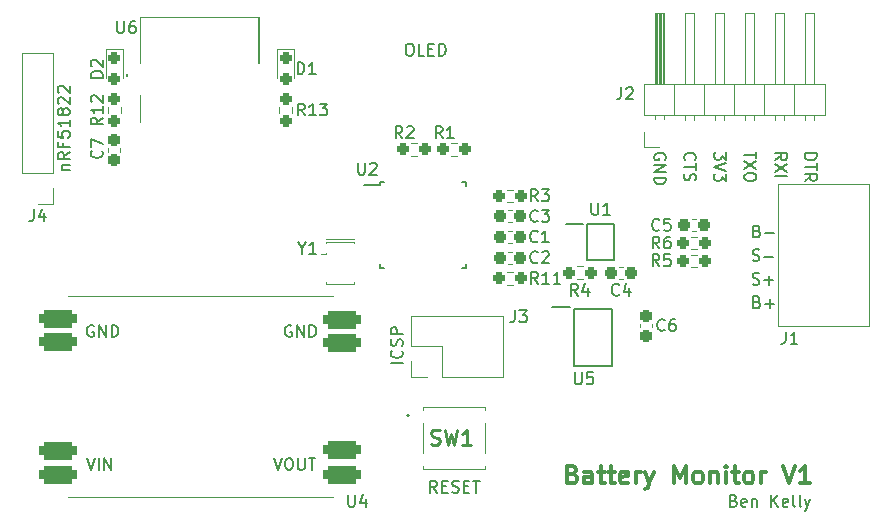
<source format=gto>
%TF.GenerationSoftware,KiCad,Pcbnew,(6.0.0)*%
%TF.CreationDate,2022-01-24T15:51:04+11:00*%
%TF.ProjectId,Battery Monitor,42617474-6572-4792-904d-6f6e69746f72,rev?*%
%TF.SameCoordinates,Original*%
%TF.FileFunction,Legend,Top*%
%TF.FilePolarity,Positive*%
%FSLAX46Y46*%
G04 Gerber Fmt 4.6, Leading zero omitted, Abs format (unit mm)*
G04 Created by KiCad (PCBNEW (6.0.0)) date 2022-01-24 15:51:04*
%MOMM*%
%LPD*%
G01*
G04 APERTURE LIST*
G04 Aperture macros list*
%AMRoundRect*
0 Rectangle with rounded corners*
0 $1 Rounding radius*
0 $2 $3 $4 $5 $6 $7 $8 $9 X,Y pos of 4 corners*
0 Add a 4 corners polygon primitive as box body*
4,1,4,$2,$3,$4,$5,$6,$7,$8,$9,$2,$3,0*
0 Add four circle primitives for the rounded corners*
1,1,$1+$1,$2,$3*
1,1,$1+$1,$4,$5*
1,1,$1+$1,$6,$7*
1,1,$1+$1,$8,$9*
0 Add four rect primitives between the rounded corners*
20,1,$1+$1,$2,$3,$4,$5,0*
20,1,$1+$1,$4,$5,$6,$7,0*
20,1,$1+$1,$6,$7,$8,$9,0*
20,1,$1+$1,$8,$9,$2,$3,0*%
G04 Aperture macros list end*
%ADD10C,0.150000*%
%ADD11C,0.300000*%
%ADD12C,0.254000*%
%ADD13C,0.120000*%
%ADD14C,0.200000*%
%ADD15C,0.100000*%
%ADD16RoundRect,0.381000X-1.219000X-0.381000X1.219000X-0.381000X1.219000X0.381000X-1.219000X0.381000X0*%
%ADD17R,1.400000X0.400000*%
%ADD18R,0.400000X1.400000*%
%ADD19R,1.500000X0.650000*%
%ADD20RoundRect,0.237500X-0.250000X-0.237500X0.250000X-0.237500X0.250000X0.237500X-0.250000X0.237500X0*%
%ADD21C,1.400000*%
%ADD22R,1.400000X1.400000*%
%ADD23RoundRect,0.237500X0.237500X-0.250000X0.237500X0.250000X-0.237500X0.250000X-0.237500X-0.250000X0*%
%ADD24RoundRect,0.237500X0.300000X0.237500X-0.300000X0.237500X-0.300000X-0.237500X0.300000X-0.237500X0*%
%ADD25RoundRect,0.237500X0.250000X0.237500X-0.250000X0.237500X-0.250000X-0.237500X0.250000X-0.237500X0*%
%ADD26R,3.200000X0.400000*%
%ADD27R,1.700000X1.700000*%
%ADD28O,1.700000X1.700000*%
%ADD29RoundRect,0.237500X-0.300000X-0.237500X0.300000X-0.237500X0.300000X0.237500X-0.300000X0.237500X0*%
%ADD30RoundRect,0.237500X-0.237500X0.287500X-0.237500X-0.287500X0.237500X-0.287500X0.237500X0.287500X0*%
%ADD31R,1.000000X0.700000*%
%ADD32RoundRect,0.237500X-0.237500X0.300000X-0.237500X-0.300000X0.237500X-0.300000X0.237500X0.300000X0*%
%ADD33R,1.600000X0.550000*%
%ADD34R,0.550000X1.600000*%
%ADD35R,1.400000X0.300000*%
%ADD36C,1.750000*%
G04 APERTURE END LIST*
D10*
X134389714Y-95294809D02*
X135056380Y-95294809D01*
X134484952Y-95294809D02*
X134437333Y-95247190D01*
X134389714Y-95151952D01*
X134389714Y-95009095D01*
X134437333Y-94913857D01*
X134532571Y-94866238D01*
X135056380Y-94866238D01*
X135056380Y-93818619D02*
X134580190Y-94151952D01*
X135056380Y-94390047D02*
X134056380Y-94390047D01*
X134056380Y-94009095D01*
X134104000Y-93913857D01*
X134151619Y-93866238D01*
X134246857Y-93818619D01*
X134389714Y-93818619D01*
X134484952Y-93866238D01*
X134532571Y-93913857D01*
X134580190Y-94009095D01*
X134580190Y-94390047D01*
X134532571Y-93056714D02*
X134532571Y-93390047D01*
X135056380Y-93390047D02*
X134056380Y-93390047D01*
X134056380Y-92913857D01*
X134056380Y-92056714D02*
X134056380Y-92532904D01*
X134532571Y-92580523D01*
X134484952Y-92532904D01*
X134437333Y-92437666D01*
X134437333Y-92199571D01*
X134484952Y-92104333D01*
X134532571Y-92056714D01*
X134627809Y-92009095D01*
X134865904Y-92009095D01*
X134961142Y-92056714D01*
X135008761Y-92104333D01*
X135056380Y-92199571D01*
X135056380Y-92437666D01*
X135008761Y-92532904D01*
X134961142Y-92580523D01*
X135056380Y-91056714D02*
X135056380Y-91628142D01*
X135056380Y-91342428D02*
X134056380Y-91342428D01*
X134199238Y-91437666D01*
X134294476Y-91532904D01*
X134342095Y-91628142D01*
X134484952Y-90485285D02*
X134437333Y-90580523D01*
X134389714Y-90628142D01*
X134294476Y-90675761D01*
X134246857Y-90675761D01*
X134151619Y-90628142D01*
X134104000Y-90580523D01*
X134056380Y-90485285D01*
X134056380Y-90294809D01*
X134104000Y-90199571D01*
X134151619Y-90151952D01*
X134246857Y-90104333D01*
X134294476Y-90104333D01*
X134389714Y-90151952D01*
X134437333Y-90199571D01*
X134484952Y-90294809D01*
X134484952Y-90485285D01*
X134532571Y-90580523D01*
X134580190Y-90628142D01*
X134675428Y-90675761D01*
X134865904Y-90675761D01*
X134961142Y-90628142D01*
X135008761Y-90580523D01*
X135056380Y-90485285D01*
X135056380Y-90294809D01*
X135008761Y-90199571D01*
X134961142Y-90151952D01*
X134865904Y-90104333D01*
X134675428Y-90104333D01*
X134580190Y-90151952D01*
X134532571Y-90199571D01*
X134484952Y-90294809D01*
X134151619Y-89723380D02*
X134104000Y-89675761D01*
X134056380Y-89580523D01*
X134056380Y-89342428D01*
X134104000Y-89247190D01*
X134151619Y-89199571D01*
X134246857Y-89151952D01*
X134342095Y-89151952D01*
X134484952Y-89199571D01*
X135056380Y-89771000D01*
X135056380Y-89151952D01*
X134151619Y-88771000D02*
X134104000Y-88723380D01*
X134056380Y-88628142D01*
X134056380Y-88390047D01*
X134104000Y-88294809D01*
X134151619Y-88247190D01*
X134246857Y-88199571D01*
X134342095Y-88199571D01*
X134484952Y-88247190D01*
X135056380Y-88818619D01*
X135056380Y-88199571D01*
X163751619Y-84623380D02*
X163942095Y-84623380D01*
X164037333Y-84671000D01*
X164132571Y-84766238D01*
X164180190Y-84956714D01*
X164180190Y-85290047D01*
X164132571Y-85480523D01*
X164037333Y-85575761D01*
X163942095Y-85623380D01*
X163751619Y-85623380D01*
X163656380Y-85575761D01*
X163561142Y-85480523D01*
X163513523Y-85290047D01*
X163513523Y-84956714D01*
X163561142Y-84766238D01*
X163656380Y-84671000D01*
X163751619Y-84623380D01*
X165084952Y-85623380D02*
X164608761Y-85623380D01*
X164608761Y-84623380D01*
X165418285Y-85099571D02*
X165751619Y-85099571D01*
X165894476Y-85623380D02*
X165418285Y-85623380D01*
X165418285Y-84623380D01*
X165894476Y-84623380D01*
X166323047Y-85623380D02*
X166323047Y-84623380D01*
X166561142Y-84623380D01*
X166704000Y-84671000D01*
X166799238Y-84766238D01*
X166846857Y-84861476D01*
X166894476Y-85051952D01*
X166894476Y-85194809D01*
X166846857Y-85385285D01*
X166799238Y-85480523D01*
X166704000Y-85575761D01*
X166561142Y-85623380D01*
X166323047Y-85623380D01*
X163256380Y-111647190D02*
X162256380Y-111647190D01*
X163161142Y-110599571D02*
X163208761Y-110647190D01*
X163256380Y-110790047D01*
X163256380Y-110885285D01*
X163208761Y-111028142D01*
X163113523Y-111123380D01*
X163018285Y-111171000D01*
X162827809Y-111218619D01*
X162684952Y-111218619D01*
X162494476Y-111171000D01*
X162399238Y-111123380D01*
X162304000Y-111028142D01*
X162256380Y-110885285D01*
X162256380Y-110790047D01*
X162304000Y-110647190D01*
X162351619Y-110599571D01*
X163208761Y-110218619D02*
X163256380Y-110075761D01*
X163256380Y-109837666D01*
X163208761Y-109742428D01*
X163161142Y-109694809D01*
X163065904Y-109647190D01*
X162970666Y-109647190D01*
X162875428Y-109694809D01*
X162827809Y-109742428D01*
X162780190Y-109837666D01*
X162732571Y-110028142D01*
X162684952Y-110123380D01*
X162637333Y-110171000D01*
X162542095Y-110218619D01*
X162446857Y-110218619D01*
X162351619Y-110171000D01*
X162304000Y-110123380D01*
X162256380Y-110028142D01*
X162256380Y-109790047D01*
X162304000Y-109647190D01*
X163256380Y-109218619D02*
X162256380Y-109218619D01*
X162256380Y-108837666D01*
X162304000Y-108742428D01*
X162351619Y-108694809D01*
X162446857Y-108647190D01*
X162589714Y-108647190D01*
X162684952Y-108694809D01*
X162732571Y-108742428D01*
X162780190Y-108837666D01*
X162780190Y-109218619D01*
X191287452Y-123299571D02*
X191430309Y-123347190D01*
X191477928Y-123394809D01*
X191525547Y-123490047D01*
X191525547Y-123632904D01*
X191477928Y-123728142D01*
X191430309Y-123775761D01*
X191335071Y-123823380D01*
X190954119Y-123823380D01*
X190954119Y-122823380D01*
X191287452Y-122823380D01*
X191382690Y-122871000D01*
X191430309Y-122918619D01*
X191477928Y-123013857D01*
X191477928Y-123109095D01*
X191430309Y-123204333D01*
X191382690Y-123251952D01*
X191287452Y-123299571D01*
X190954119Y-123299571D01*
X192335071Y-123775761D02*
X192239833Y-123823380D01*
X192049357Y-123823380D01*
X191954119Y-123775761D01*
X191906500Y-123680523D01*
X191906500Y-123299571D01*
X191954119Y-123204333D01*
X192049357Y-123156714D01*
X192239833Y-123156714D01*
X192335071Y-123204333D01*
X192382690Y-123299571D01*
X192382690Y-123394809D01*
X191906500Y-123490047D01*
X192811261Y-123156714D02*
X192811261Y-123823380D01*
X192811261Y-123251952D02*
X192858880Y-123204333D01*
X192954119Y-123156714D01*
X193096976Y-123156714D01*
X193192214Y-123204333D01*
X193239833Y-123299571D01*
X193239833Y-123823380D01*
X194477928Y-123823380D02*
X194477928Y-122823380D01*
X195049357Y-123823380D02*
X194620785Y-123251952D01*
X195049357Y-122823380D02*
X194477928Y-123394809D01*
X195858880Y-123775761D02*
X195763642Y-123823380D01*
X195573166Y-123823380D01*
X195477928Y-123775761D01*
X195430309Y-123680523D01*
X195430309Y-123299571D01*
X195477928Y-123204333D01*
X195573166Y-123156714D01*
X195763642Y-123156714D01*
X195858880Y-123204333D01*
X195906500Y-123299571D01*
X195906500Y-123394809D01*
X195430309Y-123490047D01*
X196477928Y-123823380D02*
X196382690Y-123775761D01*
X196335071Y-123680523D01*
X196335071Y-122823380D01*
X197001738Y-123823380D02*
X196906500Y-123775761D01*
X196858880Y-123680523D01*
X196858880Y-122823380D01*
X197287452Y-123156714D02*
X197525547Y-123823380D01*
X197763642Y-123156714D02*
X197525547Y-123823380D01*
X197430309Y-124061476D01*
X197382690Y-124109095D01*
X197287452Y-124156714D01*
D11*
X177651857Y-121063857D02*
X177866142Y-121135285D01*
X177937571Y-121206714D01*
X178009000Y-121349571D01*
X178009000Y-121563857D01*
X177937571Y-121706714D01*
X177866142Y-121778142D01*
X177723285Y-121849571D01*
X177151857Y-121849571D01*
X177151857Y-120349571D01*
X177651857Y-120349571D01*
X177794714Y-120421000D01*
X177866142Y-120492428D01*
X177937571Y-120635285D01*
X177937571Y-120778142D01*
X177866142Y-120921000D01*
X177794714Y-120992428D01*
X177651857Y-121063857D01*
X177151857Y-121063857D01*
X179294714Y-121849571D02*
X179294714Y-121063857D01*
X179223285Y-120921000D01*
X179080428Y-120849571D01*
X178794714Y-120849571D01*
X178651857Y-120921000D01*
X179294714Y-121778142D02*
X179151857Y-121849571D01*
X178794714Y-121849571D01*
X178651857Y-121778142D01*
X178580428Y-121635285D01*
X178580428Y-121492428D01*
X178651857Y-121349571D01*
X178794714Y-121278142D01*
X179151857Y-121278142D01*
X179294714Y-121206714D01*
X179794714Y-120849571D02*
X180366142Y-120849571D01*
X180009000Y-120349571D02*
X180009000Y-121635285D01*
X180080428Y-121778142D01*
X180223285Y-121849571D01*
X180366142Y-121849571D01*
X180651857Y-120849571D02*
X181223285Y-120849571D01*
X180866142Y-120349571D02*
X180866142Y-121635285D01*
X180937571Y-121778142D01*
X181080428Y-121849571D01*
X181223285Y-121849571D01*
X182294714Y-121778142D02*
X182151857Y-121849571D01*
X181866142Y-121849571D01*
X181723285Y-121778142D01*
X181651857Y-121635285D01*
X181651857Y-121063857D01*
X181723285Y-120921000D01*
X181866142Y-120849571D01*
X182151857Y-120849571D01*
X182294714Y-120921000D01*
X182366142Y-121063857D01*
X182366142Y-121206714D01*
X181651857Y-121349571D01*
X183009000Y-121849571D02*
X183009000Y-120849571D01*
X183009000Y-121135285D02*
X183080428Y-120992428D01*
X183151857Y-120921000D01*
X183294714Y-120849571D01*
X183437571Y-120849571D01*
X183794714Y-120849571D02*
X184151857Y-121849571D01*
X184509000Y-120849571D02*
X184151857Y-121849571D01*
X184009000Y-122206714D01*
X183937571Y-122278142D01*
X183794714Y-122349571D01*
X186223285Y-121849571D02*
X186223285Y-120349571D01*
X186723285Y-121421000D01*
X187223285Y-120349571D01*
X187223285Y-121849571D01*
X188151857Y-121849571D02*
X188009000Y-121778142D01*
X187937571Y-121706714D01*
X187866142Y-121563857D01*
X187866142Y-121135285D01*
X187937571Y-120992428D01*
X188009000Y-120921000D01*
X188151857Y-120849571D01*
X188366142Y-120849571D01*
X188509000Y-120921000D01*
X188580428Y-120992428D01*
X188651857Y-121135285D01*
X188651857Y-121563857D01*
X188580428Y-121706714D01*
X188509000Y-121778142D01*
X188366142Y-121849571D01*
X188151857Y-121849571D01*
X189294714Y-120849571D02*
X189294714Y-121849571D01*
X189294714Y-120992428D02*
X189366142Y-120921000D01*
X189509000Y-120849571D01*
X189723285Y-120849571D01*
X189866142Y-120921000D01*
X189937571Y-121063857D01*
X189937571Y-121849571D01*
X190651857Y-121849571D02*
X190651857Y-120849571D01*
X190651857Y-120349571D02*
X190580428Y-120421000D01*
X190651857Y-120492428D01*
X190723285Y-120421000D01*
X190651857Y-120349571D01*
X190651857Y-120492428D01*
X191151857Y-120849571D02*
X191723285Y-120849571D01*
X191366142Y-120349571D02*
X191366142Y-121635285D01*
X191437571Y-121778142D01*
X191580428Y-121849571D01*
X191723285Y-121849571D01*
X192437571Y-121849571D02*
X192294714Y-121778142D01*
X192223285Y-121706714D01*
X192151857Y-121563857D01*
X192151857Y-121135285D01*
X192223285Y-120992428D01*
X192294714Y-120921000D01*
X192437571Y-120849571D01*
X192651857Y-120849571D01*
X192794714Y-120921000D01*
X192866142Y-120992428D01*
X192937571Y-121135285D01*
X192937571Y-121563857D01*
X192866142Y-121706714D01*
X192794714Y-121778142D01*
X192651857Y-121849571D01*
X192437571Y-121849571D01*
X193580428Y-121849571D02*
X193580428Y-120849571D01*
X193580428Y-121135285D02*
X193651857Y-120992428D01*
X193723285Y-120921000D01*
X193866142Y-120849571D01*
X194009000Y-120849571D01*
X195437571Y-120349571D02*
X195937571Y-121849571D01*
X196437571Y-120349571D01*
X197723285Y-121849571D02*
X196866142Y-121849571D01*
X197294714Y-121849571D02*
X197294714Y-120349571D01*
X197151857Y-120563857D01*
X197009000Y-120706714D01*
X196866142Y-120778142D01*
D10*
X187192857Y-94478023D02*
X187145238Y-94430404D01*
X187097619Y-94287547D01*
X187097619Y-94192309D01*
X187145238Y-94049452D01*
X187240476Y-93954214D01*
X187335714Y-93906595D01*
X187526190Y-93858976D01*
X187669047Y-93858976D01*
X187859523Y-93906595D01*
X187954761Y-93954214D01*
X188050000Y-94049452D01*
X188097619Y-94192309D01*
X188097619Y-94287547D01*
X188050000Y-94430404D01*
X188002380Y-94478023D01*
X188097619Y-94763738D02*
X188097619Y-95335166D01*
X187097619Y-95049452D02*
X188097619Y-95049452D01*
X187145238Y-95620880D02*
X187097619Y-95763738D01*
X187097619Y-96001833D01*
X187145238Y-96097071D01*
X187192857Y-96144690D01*
X187288095Y-96192309D01*
X187383333Y-96192309D01*
X187478571Y-96144690D01*
X187526190Y-96097071D01*
X187573809Y-96001833D01*
X187621428Y-95811357D01*
X187669047Y-95716119D01*
X187716666Y-95668500D01*
X187811904Y-95620880D01*
X187907142Y-95620880D01*
X188002380Y-95668500D01*
X188050000Y-95716119D01*
X188097619Y-95811357D01*
X188097619Y-96049452D01*
X188050000Y-96192309D01*
X193197619Y-93763738D02*
X193197619Y-94335166D01*
X192197619Y-94049452D02*
X193197619Y-94049452D01*
X193197619Y-94573261D02*
X192197619Y-95239928D01*
X193197619Y-95239928D02*
X192197619Y-94573261D01*
X193197619Y-95811357D02*
X193197619Y-96001833D01*
X193150000Y-96097071D01*
X193054761Y-96192309D01*
X192864285Y-96239928D01*
X192530952Y-96239928D01*
X192340476Y-96192309D01*
X192245238Y-96097071D01*
X192197619Y-96001833D01*
X192197619Y-95811357D01*
X192245238Y-95716119D01*
X192340476Y-95620880D01*
X192530952Y-95573261D01*
X192864285Y-95573261D01*
X193054761Y-95620880D01*
X193150000Y-95716119D01*
X193197619Y-95811357D01*
X190647619Y-93811357D02*
X190647619Y-94430404D01*
X190266666Y-94097071D01*
X190266666Y-94239928D01*
X190219047Y-94335166D01*
X190171428Y-94382785D01*
X190076190Y-94430404D01*
X189838095Y-94430404D01*
X189742857Y-94382785D01*
X189695238Y-94335166D01*
X189647619Y-94239928D01*
X189647619Y-93954214D01*
X189695238Y-93858976D01*
X189742857Y-93811357D01*
X190647619Y-94716119D02*
X189647619Y-95049452D01*
X190647619Y-95382785D01*
X190647619Y-95620880D02*
X190647619Y-96239928D01*
X190266666Y-95906595D01*
X190266666Y-96049452D01*
X190219047Y-96144690D01*
X190171428Y-96192309D01*
X190076190Y-96239928D01*
X189838095Y-96239928D01*
X189742857Y-96192309D01*
X189695238Y-96144690D01*
X189647619Y-96049452D01*
X189647619Y-95763738D01*
X189695238Y-95668500D01*
X189742857Y-95620880D01*
X192891976Y-102975761D02*
X193034833Y-103023380D01*
X193272928Y-103023380D01*
X193368166Y-102975761D01*
X193415785Y-102928142D01*
X193463404Y-102832904D01*
X193463404Y-102737666D01*
X193415785Y-102642428D01*
X193368166Y-102594809D01*
X193272928Y-102547190D01*
X193082452Y-102499571D01*
X192987214Y-102451952D01*
X192939595Y-102404333D01*
X192891976Y-102309095D01*
X192891976Y-102213857D01*
X192939595Y-102118619D01*
X192987214Y-102071000D01*
X193082452Y-102023380D01*
X193320547Y-102023380D01*
X193463404Y-102071000D01*
X193891976Y-102642428D02*
X194653880Y-102642428D01*
X166151619Y-122623380D02*
X165818285Y-122147190D01*
X165580190Y-122623380D02*
X165580190Y-121623380D01*
X165961142Y-121623380D01*
X166056380Y-121671000D01*
X166104000Y-121718619D01*
X166151619Y-121813857D01*
X166151619Y-121956714D01*
X166104000Y-122051952D01*
X166056380Y-122099571D01*
X165961142Y-122147190D01*
X165580190Y-122147190D01*
X166580190Y-122099571D02*
X166913523Y-122099571D01*
X167056380Y-122623380D02*
X166580190Y-122623380D01*
X166580190Y-121623380D01*
X167056380Y-121623380D01*
X167437333Y-122575761D02*
X167580190Y-122623380D01*
X167818285Y-122623380D01*
X167913523Y-122575761D01*
X167961142Y-122528142D01*
X168008761Y-122432904D01*
X168008761Y-122337666D01*
X167961142Y-122242428D01*
X167913523Y-122194809D01*
X167818285Y-122147190D01*
X167627809Y-122099571D01*
X167532571Y-122051952D01*
X167484952Y-122004333D01*
X167437333Y-121909095D01*
X167437333Y-121813857D01*
X167484952Y-121718619D01*
X167532571Y-121671000D01*
X167627809Y-121623380D01*
X167865904Y-121623380D01*
X168008761Y-121671000D01*
X168437333Y-122099571D02*
X168770666Y-122099571D01*
X168913523Y-122623380D02*
X168437333Y-122623380D01*
X168437333Y-121623380D01*
X168913523Y-121623380D01*
X169199238Y-121623380D02*
X169770666Y-121623380D01*
X169484952Y-122623380D02*
X169484952Y-121623380D01*
X192891976Y-104975761D02*
X193034833Y-105023380D01*
X193272928Y-105023380D01*
X193368166Y-104975761D01*
X193415785Y-104928142D01*
X193463404Y-104832904D01*
X193463404Y-104737666D01*
X193415785Y-104642428D01*
X193368166Y-104594809D01*
X193272928Y-104547190D01*
X193082452Y-104499571D01*
X192987214Y-104451952D01*
X192939595Y-104404333D01*
X192891976Y-104309095D01*
X192891976Y-104213857D01*
X192939595Y-104118619D01*
X192987214Y-104071000D01*
X193082452Y-104023380D01*
X193320547Y-104023380D01*
X193463404Y-104071000D01*
X193891976Y-104642428D02*
X194653880Y-104642428D01*
X194272928Y-105023380D02*
X194272928Y-104261476D01*
X193272928Y-106499571D02*
X193415785Y-106547190D01*
X193463404Y-106594809D01*
X193511023Y-106690047D01*
X193511023Y-106832904D01*
X193463404Y-106928142D01*
X193415785Y-106975761D01*
X193320547Y-107023380D01*
X192939595Y-107023380D01*
X192939595Y-106023380D01*
X193272928Y-106023380D01*
X193368166Y-106071000D01*
X193415785Y-106118619D01*
X193463404Y-106213857D01*
X193463404Y-106309095D01*
X193415785Y-106404333D01*
X193368166Y-106451952D01*
X193272928Y-106499571D01*
X192939595Y-106499571D01*
X193939595Y-106642428D02*
X194701500Y-106642428D01*
X194320547Y-107023380D02*
X194320547Y-106261476D01*
X185500000Y-94430404D02*
X185547619Y-94335166D01*
X185547619Y-94192309D01*
X185500000Y-94049452D01*
X185404761Y-93954214D01*
X185309523Y-93906595D01*
X185119047Y-93858976D01*
X184976190Y-93858976D01*
X184785714Y-93906595D01*
X184690476Y-93954214D01*
X184595238Y-94049452D01*
X184547619Y-94192309D01*
X184547619Y-94287547D01*
X184595238Y-94430404D01*
X184642857Y-94478023D01*
X184976190Y-94478023D01*
X184976190Y-94287547D01*
X184547619Y-94906595D02*
X185547619Y-94906595D01*
X184547619Y-95478023D01*
X185547619Y-95478023D01*
X184547619Y-95954214D02*
X185547619Y-95954214D01*
X185547619Y-96192309D01*
X185500000Y-96335166D01*
X185404761Y-96430404D01*
X185309523Y-96478023D01*
X185119047Y-96525642D01*
X184976190Y-96525642D01*
X184785714Y-96478023D01*
X184690476Y-96430404D01*
X184595238Y-96335166D01*
X184547619Y-96192309D01*
X184547619Y-95954214D01*
X193272928Y-100499571D02*
X193415785Y-100547190D01*
X193463404Y-100594809D01*
X193511023Y-100690047D01*
X193511023Y-100832904D01*
X193463404Y-100928142D01*
X193415785Y-100975761D01*
X193320547Y-101023380D01*
X192939595Y-101023380D01*
X192939595Y-100023380D01*
X193272928Y-100023380D01*
X193368166Y-100071000D01*
X193415785Y-100118619D01*
X193463404Y-100213857D01*
X193463404Y-100309095D01*
X193415785Y-100404333D01*
X193368166Y-100451952D01*
X193272928Y-100499571D01*
X192939595Y-100499571D01*
X193939595Y-100642428D02*
X194701500Y-100642428D01*
X197297619Y-93906595D02*
X198297619Y-93906595D01*
X198297619Y-94144690D01*
X198250000Y-94287547D01*
X198154761Y-94382785D01*
X198059523Y-94430404D01*
X197869047Y-94478023D01*
X197726190Y-94478023D01*
X197535714Y-94430404D01*
X197440476Y-94382785D01*
X197345238Y-94287547D01*
X197297619Y-94144690D01*
X197297619Y-93906595D01*
X198297619Y-94763738D02*
X198297619Y-95335166D01*
X197297619Y-95049452D02*
X198297619Y-95049452D01*
X197297619Y-96239928D02*
X197773809Y-95906595D01*
X197297619Y-95668500D02*
X198297619Y-95668500D01*
X198297619Y-96049452D01*
X198250000Y-96144690D01*
X198202380Y-96192309D01*
X198107142Y-96239928D01*
X197964285Y-96239928D01*
X197869047Y-96192309D01*
X197821428Y-96144690D01*
X197773809Y-96049452D01*
X197773809Y-95668500D01*
X194797619Y-94478023D02*
X195273809Y-94144690D01*
X194797619Y-93906595D02*
X195797619Y-93906595D01*
X195797619Y-94287547D01*
X195750000Y-94382785D01*
X195702380Y-94430404D01*
X195607142Y-94478023D01*
X195464285Y-94478023D01*
X195369047Y-94430404D01*
X195321428Y-94382785D01*
X195273809Y-94287547D01*
X195273809Y-93906595D01*
X195797619Y-94811357D02*
X194797619Y-95478023D01*
X195797619Y-95478023D02*
X194797619Y-94811357D01*
X194797619Y-95858976D02*
X195797619Y-95858976D01*
X158642095Y-122823380D02*
X158642095Y-123632904D01*
X158689714Y-123728142D01*
X158737333Y-123775761D01*
X158832571Y-123823380D01*
X159023047Y-123823380D01*
X159118285Y-123775761D01*
X159165904Y-123728142D01*
X159213523Y-123632904D01*
X159213523Y-122823380D01*
X160118285Y-123156714D02*
X160118285Y-123823380D01*
X159880190Y-122775761D02*
X159642095Y-123490047D01*
X160261142Y-123490047D01*
X136504761Y-119702380D02*
X136838095Y-120702380D01*
X137171428Y-119702380D01*
X137504761Y-120702380D02*
X137504761Y-119702380D01*
X137980952Y-120702380D02*
X137980952Y-119702380D01*
X138552380Y-120702380D01*
X138552380Y-119702380D01*
X137088095Y-108500000D02*
X136992857Y-108452380D01*
X136850000Y-108452380D01*
X136707142Y-108500000D01*
X136611904Y-108595238D01*
X136564285Y-108690476D01*
X136516666Y-108880952D01*
X136516666Y-109023809D01*
X136564285Y-109214285D01*
X136611904Y-109309523D01*
X136707142Y-109404761D01*
X136850000Y-109452380D01*
X136945238Y-109452380D01*
X137088095Y-109404761D01*
X137135714Y-109357142D01*
X137135714Y-109023809D01*
X136945238Y-109023809D01*
X137564285Y-109452380D02*
X137564285Y-108452380D01*
X138135714Y-109452380D01*
X138135714Y-108452380D01*
X138611904Y-109452380D02*
X138611904Y-108452380D01*
X138850000Y-108452380D01*
X138992857Y-108500000D01*
X139088095Y-108595238D01*
X139135714Y-108690476D01*
X139183333Y-108880952D01*
X139183333Y-109023809D01*
X139135714Y-109214285D01*
X139088095Y-109309523D01*
X138992857Y-109404761D01*
X138850000Y-109452380D01*
X138611904Y-109452380D01*
X152338095Y-119702380D02*
X152671428Y-120702380D01*
X153004761Y-119702380D01*
X153528571Y-119702380D02*
X153719047Y-119702380D01*
X153814285Y-119750000D01*
X153909523Y-119845238D01*
X153957142Y-120035714D01*
X153957142Y-120369047D01*
X153909523Y-120559523D01*
X153814285Y-120654761D01*
X153719047Y-120702380D01*
X153528571Y-120702380D01*
X153433333Y-120654761D01*
X153338095Y-120559523D01*
X153290476Y-120369047D01*
X153290476Y-120035714D01*
X153338095Y-119845238D01*
X153433333Y-119750000D01*
X153528571Y-119702380D01*
X154385714Y-119702380D02*
X154385714Y-120511904D01*
X154433333Y-120607142D01*
X154480952Y-120654761D01*
X154576190Y-120702380D01*
X154766666Y-120702380D01*
X154861904Y-120654761D01*
X154909523Y-120607142D01*
X154957142Y-120511904D01*
X154957142Y-119702380D01*
X155290476Y-119702380D02*
X155861904Y-119702380D01*
X155576190Y-120702380D02*
X155576190Y-119702380D01*
X153838095Y-108500000D02*
X153742857Y-108452380D01*
X153600000Y-108452380D01*
X153457142Y-108500000D01*
X153361904Y-108595238D01*
X153314285Y-108690476D01*
X153266666Y-108880952D01*
X153266666Y-109023809D01*
X153314285Y-109214285D01*
X153361904Y-109309523D01*
X153457142Y-109404761D01*
X153600000Y-109452380D01*
X153695238Y-109452380D01*
X153838095Y-109404761D01*
X153885714Y-109357142D01*
X153885714Y-109023809D01*
X153695238Y-109023809D01*
X154314285Y-109452380D02*
X154314285Y-108452380D01*
X154885714Y-109452380D01*
X154885714Y-108452380D01*
X155361904Y-109452380D02*
X155361904Y-108452380D01*
X155600000Y-108452380D01*
X155742857Y-108500000D01*
X155838095Y-108595238D01*
X155885714Y-108690476D01*
X155933333Y-108880952D01*
X155933333Y-109023809D01*
X155885714Y-109214285D01*
X155838095Y-109309523D01*
X155742857Y-109404761D01*
X155600000Y-109452380D01*
X155361904Y-109452380D01*
X139088095Y-82702380D02*
X139088095Y-83511904D01*
X139135714Y-83607142D01*
X139183333Y-83654761D01*
X139278571Y-83702380D01*
X139469047Y-83702380D01*
X139564285Y-83654761D01*
X139611904Y-83607142D01*
X139659523Y-83511904D01*
X139659523Y-82702380D01*
X140564285Y-82702380D02*
X140373809Y-82702380D01*
X140278571Y-82750000D01*
X140230952Y-82797619D01*
X140135714Y-82940476D01*
X140088095Y-83130952D01*
X140088095Y-83511904D01*
X140135714Y-83607142D01*
X140183333Y-83654761D01*
X140278571Y-83702380D01*
X140469047Y-83702380D01*
X140564285Y-83654761D01*
X140611904Y-83607142D01*
X140659523Y-83511904D01*
X140659523Y-83273809D01*
X140611904Y-83178571D01*
X140564285Y-83130952D01*
X140469047Y-83083333D01*
X140278571Y-83083333D01*
X140183333Y-83130952D01*
X140135714Y-83178571D01*
X140088095Y-83273809D01*
X177838095Y-112452380D02*
X177838095Y-113261904D01*
X177885714Y-113357142D01*
X177933333Y-113404761D01*
X178028571Y-113452380D01*
X178219047Y-113452380D01*
X178314285Y-113404761D01*
X178361904Y-113357142D01*
X178409523Y-113261904D01*
X178409523Y-112452380D01*
X179361904Y-112452380D02*
X178885714Y-112452380D01*
X178838095Y-112928571D01*
X178885714Y-112880952D01*
X178980952Y-112833333D01*
X179219047Y-112833333D01*
X179314285Y-112880952D01*
X179361904Y-112928571D01*
X179409523Y-113023809D01*
X179409523Y-113261904D01*
X179361904Y-113357142D01*
X179314285Y-113404761D01*
X179219047Y-113452380D01*
X178980952Y-113452380D01*
X178885714Y-113404761D01*
X178838095Y-113357142D01*
X184995833Y-101952380D02*
X184662500Y-101476190D01*
X184424404Y-101952380D02*
X184424404Y-100952380D01*
X184805357Y-100952380D01*
X184900595Y-101000000D01*
X184948214Y-101047619D01*
X184995833Y-101142857D01*
X184995833Y-101285714D01*
X184948214Y-101380952D01*
X184900595Y-101428571D01*
X184805357Y-101476190D01*
X184424404Y-101476190D01*
X185852976Y-100952380D02*
X185662500Y-100952380D01*
X185567261Y-101000000D01*
X185519642Y-101047619D01*
X185424404Y-101190476D01*
X185376785Y-101380952D01*
X185376785Y-101761904D01*
X185424404Y-101857142D01*
X185472023Y-101904761D01*
X185567261Y-101952380D01*
X185757738Y-101952380D01*
X185852976Y-101904761D01*
X185900595Y-101857142D01*
X185948214Y-101761904D01*
X185948214Y-101523809D01*
X185900595Y-101428571D01*
X185852976Y-101380952D01*
X185757738Y-101333333D01*
X185567261Y-101333333D01*
X185472023Y-101380952D01*
X185424404Y-101428571D01*
X185376785Y-101523809D01*
X195670666Y-109023380D02*
X195670666Y-109737666D01*
X195623047Y-109880523D01*
X195527809Y-109975761D01*
X195384952Y-110023380D01*
X195289714Y-110023380D01*
X196670666Y-110023380D02*
X196099238Y-110023380D01*
X196384952Y-110023380D02*
X196384952Y-109023380D01*
X196289714Y-109166238D01*
X196194476Y-109261476D01*
X196099238Y-109309095D01*
X154957142Y-90702380D02*
X154623809Y-90226190D01*
X154385714Y-90702380D02*
X154385714Y-89702380D01*
X154766666Y-89702380D01*
X154861904Y-89750000D01*
X154909523Y-89797619D01*
X154957142Y-89892857D01*
X154957142Y-90035714D01*
X154909523Y-90130952D01*
X154861904Y-90178571D01*
X154766666Y-90226190D01*
X154385714Y-90226190D01*
X155909523Y-90702380D02*
X155338095Y-90702380D01*
X155623809Y-90702380D02*
X155623809Y-89702380D01*
X155528571Y-89845238D01*
X155433333Y-89940476D01*
X155338095Y-89988095D01*
X156242857Y-89702380D02*
X156861904Y-89702380D01*
X156528571Y-90083333D01*
X156671428Y-90083333D01*
X156766666Y-90130952D01*
X156814285Y-90178571D01*
X156861904Y-90273809D01*
X156861904Y-90511904D01*
X156814285Y-90607142D01*
X156766666Y-90654761D01*
X156671428Y-90702380D01*
X156385714Y-90702380D01*
X156290476Y-90654761D01*
X156242857Y-90607142D01*
X181583333Y-105857142D02*
X181535714Y-105904761D01*
X181392857Y-105952380D01*
X181297619Y-105952380D01*
X181154761Y-105904761D01*
X181059523Y-105809523D01*
X181011904Y-105714285D01*
X180964285Y-105523809D01*
X180964285Y-105380952D01*
X181011904Y-105190476D01*
X181059523Y-105095238D01*
X181154761Y-105000000D01*
X181297619Y-104952380D01*
X181392857Y-104952380D01*
X181535714Y-105000000D01*
X181583333Y-105047619D01*
X182440476Y-105285714D02*
X182440476Y-105952380D01*
X182202380Y-104904761D02*
X181964285Y-105619047D01*
X182583333Y-105619047D01*
X174683333Y-97952380D02*
X174350000Y-97476190D01*
X174111904Y-97952380D02*
X174111904Y-96952380D01*
X174492857Y-96952380D01*
X174588095Y-97000000D01*
X174635714Y-97047619D01*
X174683333Y-97142857D01*
X174683333Y-97285714D01*
X174635714Y-97380952D01*
X174588095Y-97428571D01*
X174492857Y-97476190D01*
X174111904Y-97476190D01*
X175016666Y-96952380D02*
X175635714Y-96952380D01*
X175302380Y-97333333D01*
X175445238Y-97333333D01*
X175540476Y-97380952D01*
X175588095Y-97428571D01*
X175635714Y-97523809D01*
X175635714Y-97761904D01*
X175588095Y-97857142D01*
X175540476Y-97904761D01*
X175445238Y-97952380D01*
X175159523Y-97952380D01*
X175064285Y-97904761D01*
X175016666Y-97857142D01*
X154727809Y-101947190D02*
X154727809Y-102423380D01*
X154394476Y-101423380D02*
X154727809Y-101947190D01*
X155061142Y-101423380D01*
X155918285Y-102423380D02*
X155346857Y-102423380D01*
X155632571Y-102423380D02*
X155632571Y-101423380D01*
X155537333Y-101566238D01*
X155442095Y-101661476D01*
X155346857Y-101709095D01*
X172766666Y-107202380D02*
X172766666Y-107916666D01*
X172719047Y-108059523D01*
X172623809Y-108154761D01*
X172480952Y-108202380D01*
X172385714Y-108202380D01*
X173147619Y-107202380D02*
X173766666Y-107202380D01*
X173433333Y-107583333D01*
X173576190Y-107583333D01*
X173671428Y-107630952D01*
X173719047Y-107678571D01*
X173766666Y-107773809D01*
X173766666Y-108011904D01*
X173719047Y-108107142D01*
X173671428Y-108154761D01*
X173576190Y-108202380D01*
X173290476Y-108202380D01*
X173195238Y-108154761D01*
X173147619Y-108107142D01*
X163237333Y-92623380D02*
X162904000Y-92147190D01*
X162665904Y-92623380D02*
X162665904Y-91623380D01*
X163046857Y-91623380D01*
X163142095Y-91671000D01*
X163189714Y-91718619D01*
X163237333Y-91813857D01*
X163237333Y-91956714D01*
X163189714Y-92051952D01*
X163142095Y-92099571D01*
X163046857Y-92147190D01*
X162665904Y-92147190D01*
X163618285Y-91718619D02*
X163665904Y-91671000D01*
X163761142Y-91623380D01*
X163999238Y-91623380D01*
X164094476Y-91671000D01*
X164142095Y-91718619D01*
X164189714Y-91813857D01*
X164189714Y-91909095D01*
X164142095Y-92051952D01*
X163570666Y-92623380D01*
X164189714Y-92623380D01*
X184995833Y-103452380D02*
X184662500Y-102976190D01*
X184424404Y-103452380D02*
X184424404Y-102452380D01*
X184805357Y-102452380D01*
X184900595Y-102500000D01*
X184948214Y-102547619D01*
X184995833Y-102642857D01*
X184995833Y-102785714D01*
X184948214Y-102880952D01*
X184900595Y-102928571D01*
X184805357Y-102976190D01*
X184424404Y-102976190D01*
X185900595Y-102452380D02*
X185424404Y-102452380D01*
X185376785Y-102928571D01*
X185424404Y-102880952D01*
X185519642Y-102833333D01*
X185757738Y-102833333D01*
X185852976Y-102880952D01*
X185900595Y-102928571D01*
X185948214Y-103023809D01*
X185948214Y-103261904D01*
X185900595Y-103357142D01*
X185852976Y-103404761D01*
X185757738Y-103452380D01*
X185519642Y-103452380D01*
X185424404Y-103404761D01*
X185376785Y-103357142D01*
X174683333Y-99607142D02*
X174635714Y-99654761D01*
X174492857Y-99702380D01*
X174397619Y-99702380D01*
X174254761Y-99654761D01*
X174159523Y-99559523D01*
X174111904Y-99464285D01*
X174064285Y-99273809D01*
X174064285Y-99130952D01*
X174111904Y-98940476D01*
X174159523Y-98845238D01*
X174254761Y-98750000D01*
X174397619Y-98702380D01*
X174492857Y-98702380D01*
X174635714Y-98750000D01*
X174683333Y-98797619D01*
X175016666Y-98702380D02*
X175635714Y-98702380D01*
X175302380Y-99083333D01*
X175445238Y-99083333D01*
X175540476Y-99130952D01*
X175588095Y-99178571D01*
X175635714Y-99273809D01*
X175635714Y-99511904D01*
X175588095Y-99607142D01*
X175540476Y-99654761D01*
X175445238Y-99702380D01*
X175159523Y-99702380D01*
X175064285Y-99654761D01*
X175016666Y-99607142D01*
X132016666Y-98652380D02*
X132016666Y-99366666D01*
X131969047Y-99509523D01*
X131873809Y-99604761D01*
X131730952Y-99652380D01*
X131635714Y-99652380D01*
X132921428Y-98985714D02*
X132921428Y-99652380D01*
X132683333Y-98604761D02*
X132445238Y-99319047D01*
X133064285Y-99319047D01*
X154361904Y-87202380D02*
X154361904Y-86202380D01*
X154600000Y-86202380D01*
X154742857Y-86250000D01*
X154838095Y-86345238D01*
X154885714Y-86440476D01*
X154933333Y-86630952D01*
X154933333Y-86773809D01*
X154885714Y-86964285D01*
X154838095Y-87059523D01*
X154742857Y-87154761D01*
X154600000Y-87202380D01*
X154361904Y-87202380D01*
X155885714Y-87202380D02*
X155314285Y-87202380D01*
X155600000Y-87202380D02*
X155600000Y-86202380D01*
X155504761Y-86345238D01*
X155409523Y-86440476D01*
X155314285Y-86488095D01*
X174683333Y-101357142D02*
X174635714Y-101404761D01*
X174492857Y-101452380D01*
X174397619Y-101452380D01*
X174254761Y-101404761D01*
X174159523Y-101309523D01*
X174111904Y-101214285D01*
X174064285Y-101023809D01*
X174064285Y-100880952D01*
X174111904Y-100690476D01*
X174159523Y-100595238D01*
X174254761Y-100500000D01*
X174397619Y-100452380D01*
X174492857Y-100452380D01*
X174635714Y-100500000D01*
X174683333Y-100547619D01*
X175635714Y-101452380D02*
X175064285Y-101452380D01*
X175350000Y-101452380D02*
X175350000Y-100452380D01*
X175254761Y-100595238D01*
X175159523Y-100690476D01*
X175064285Y-100738095D01*
X178083333Y-105952380D02*
X177750000Y-105476190D01*
X177511904Y-105952380D02*
X177511904Y-104952380D01*
X177892857Y-104952380D01*
X177988095Y-105000000D01*
X178035714Y-105047619D01*
X178083333Y-105142857D01*
X178083333Y-105285714D01*
X178035714Y-105380952D01*
X177988095Y-105428571D01*
X177892857Y-105476190D01*
X177511904Y-105476190D01*
X178940476Y-105285714D02*
X178940476Y-105952380D01*
X178702380Y-104904761D02*
X178464285Y-105619047D01*
X179083333Y-105619047D01*
X184995833Y-100357142D02*
X184948214Y-100404761D01*
X184805357Y-100452380D01*
X184710119Y-100452380D01*
X184567261Y-100404761D01*
X184472023Y-100309523D01*
X184424404Y-100214285D01*
X184376785Y-100023809D01*
X184376785Y-99880952D01*
X184424404Y-99690476D01*
X184472023Y-99595238D01*
X184567261Y-99500000D01*
X184710119Y-99452380D01*
X184805357Y-99452380D01*
X184948214Y-99500000D01*
X184995833Y-99547619D01*
X185900595Y-99452380D02*
X185424404Y-99452380D01*
X185376785Y-99928571D01*
X185424404Y-99880952D01*
X185519642Y-99833333D01*
X185757738Y-99833333D01*
X185852976Y-99880952D01*
X185900595Y-99928571D01*
X185948214Y-100023809D01*
X185948214Y-100261904D01*
X185900595Y-100357142D01*
X185852976Y-100404761D01*
X185757738Y-100452380D01*
X185519642Y-100452380D01*
X185424404Y-100404761D01*
X185376785Y-100357142D01*
X166637333Y-92623380D02*
X166304000Y-92147190D01*
X166065904Y-92623380D02*
X166065904Y-91623380D01*
X166446857Y-91623380D01*
X166542095Y-91671000D01*
X166589714Y-91718619D01*
X166637333Y-91813857D01*
X166637333Y-91956714D01*
X166589714Y-92051952D01*
X166542095Y-92099571D01*
X166446857Y-92147190D01*
X166065904Y-92147190D01*
X167589714Y-92623380D02*
X167018285Y-92623380D01*
X167304000Y-92623380D02*
X167304000Y-91623380D01*
X167208761Y-91766238D01*
X167113523Y-91861476D01*
X167018285Y-91909095D01*
D12*
X165656666Y-118514047D02*
X165838095Y-118574523D01*
X166140476Y-118574523D01*
X166261428Y-118514047D01*
X166321904Y-118453571D01*
X166382380Y-118332619D01*
X166382380Y-118211666D01*
X166321904Y-118090714D01*
X166261428Y-118030238D01*
X166140476Y-117969761D01*
X165898571Y-117909285D01*
X165777619Y-117848809D01*
X165717142Y-117788333D01*
X165656666Y-117667380D01*
X165656666Y-117546428D01*
X165717142Y-117425476D01*
X165777619Y-117365000D01*
X165898571Y-117304523D01*
X166200952Y-117304523D01*
X166382380Y-117365000D01*
X166805714Y-117304523D02*
X167108095Y-118574523D01*
X167350000Y-117667380D01*
X167591904Y-118574523D01*
X167894285Y-117304523D01*
X169043333Y-118574523D02*
X168317619Y-118574523D01*
X168680476Y-118574523D02*
X168680476Y-117304523D01*
X168559523Y-117485952D01*
X168438571Y-117606904D01*
X168317619Y-117667380D01*
D10*
X174707142Y-104952380D02*
X174373809Y-104476190D01*
X174135714Y-104952380D02*
X174135714Y-103952380D01*
X174516666Y-103952380D01*
X174611904Y-104000000D01*
X174659523Y-104047619D01*
X174707142Y-104142857D01*
X174707142Y-104285714D01*
X174659523Y-104380952D01*
X174611904Y-104428571D01*
X174516666Y-104476190D01*
X174135714Y-104476190D01*
X175659523Y-104952380D02*
X175088095Y-104952380D01*
X175373809Y-104952380D02*
X175373809Y-103952380D01*
X175278571Y-104095238D01*
X175183333Y-104190476D01*
X175088095Y-104238095D01*
X176611904Y-104952380D02*
X176040476Y-104952380D01*
X176326190Y-104952380D02*
X176326190Y-103952380D01*
X176230952Y-104095238D01*
X176135714Y-104190476D01*
X176040476Y-104238095D01*
X137761142Y-93666666D02*
X137808761Y-93714285D01*
X137856380Y-93857142D01*
X137856380Y-93952380D01*
X137808761Y-94095238D01*
X137713523Y-94190476D01*
X137618285Y-94238095D01*
X137427809Y-94285714D01*
X137284952Y-94285714D01*
X137094476Y-94238095D01*
X136999238Y-94190476D01*
X136904000Y-94095238D01*
X136856380Y-93952380D01*
X136856380Y-93857142D01*
X136904000Y-93714285D01*
X136951619Y-93666666D01*
X136856380Y-93333333D02*
X136856380Y-92666666D01*
X137856380Y-93095238D01*
X159488095Y-94702380D02*
X159488095Y-95511904D01*
X159535714Y-95607142D01*
X159583333Y-95654761D01*
X159678571Y-95702380D01*
X159869047Y-95702380D01*
X159964285Y-95654761D01*
X160011904Y-95607142D01*
X160059523Y-95511904D01*
X160059523Y-94702380D01*
X160488095Y-94797619D02*
X160535714Y-94750000D01*
X160630952Y-94702380D01*
X160869047Y-94702380D01*
X160964285Y-94750000D01*
X161011904Y-94797619D01*
X161059523Y-94892857D01*
X161059523Y-94988095D01*
X161011904Y-95130952D01*
X160440476Y-95702380D01*
X161059523Y-95702380D01*
X185433333Y-108857142D02*
X185385714Y-108904761D01*
X185242857Y-108952380D01*
X185147619Y-108952380D01*
X185004761Y-108904761D01*
X184909523Y-108809523D01*
X184861904Y-108714285D01*
X184814285Y-108523809D01*
X184814285Y-108380952D01*
X184861904Y-108190476D01*
X184909523Y-108095238D01*
X185004761Y-108000000D01*
X185147619Y-107952380D01*
X185242857Y-107952380D01*
X185385714Y-108000000D01*
X185433333Y-108047619D01*
X186290476Y-107952380D02*
X186100000Y-107952380D01*
X186004761Y-108000000D01*
X185957142Y-108047619D01*
X185861904Y-108190476D01*
X185814285Y-108380952D01*
X185814285Y-108761904D01*
X185861904Y-108857142D01*
X185909523Y-108904761D01*
X186004761Y-108952380D01*
X186195238Y-108952380D01*
X186290476Y-108904761D01*
X186338095Y-108857142D01*
X186385714Y-108761904D01*
X186385714Y-108523809D01*
X186338095Y-108428571D01*
X186290476Y-108380952D01*
X186195238Y-108333333D01*
X186004761Y-108333333D01*
X185909523Y-108380952D01*
X185861904Y-108428571D01*
X185814285Y-108523809D01*
X174683333Y-103107142D02*
X174635714Y-103154761D01*
X174492857Y-103202380D01*
X174397619Y-103202380D01*
X174254761Y-103154761D01*
X174159523Y-103059523D01*
X174111904Y-102964285D01*
X174064285Y-102773809D01*
X174064285Y-102630952D01*
X174111904Y-102440476D01*
X174159523Y-102345238D01*
X174254761Y-102250000D01*
X174397619Y-102202380D01*
X174492857Y-102202380D01*
X174635714Y-102250000D01*
X174683333Y-102297619D01*
X175064285Y-102297619D02*
X175111904Y-102250000D01*
X175207142Y-102202380D01*
X175445238Y-102202380D01*
X175540476Y-102250000D01*
X175588095Y-102297619D01*
X175635714Y-102392857D01*
X175635714Y-102488095D01*
X175588095Y-102630952D01*
X175016666Y-103202380D01*
X175635714Y-103202380D01*
X137856380Y-87488095D02*
X136856380Y-87488095D01*
X136856380Y-87250000D01*
X136904000Y-87107142D01*
X136999238Y-87011904D01*
X137094476Y-86964285D01*
X137284952Y-86916666D01*
X137427809Y-86916666D01*
X137618285Y-86964285D01*
X137713523Y-87011904D01*
X137808761Y-87107142D01*
X137856380Y-87250000D01*
X137856380Y-87488095D01*
X136951619Y-86535714D02*
X136904000Y-86488095D01*
X136856380Y-86392857D01*
X136856380Y-86154761D01*
X136904000Y-86059523D01*
X136951619Y-86011904D01*
X137046857Y-85964285D01*
X137142095Y-85964285D01*
X137284952Y-86011904D01*
X137856380Y-86583333D01*
X137856380Y-85964285D01*
X179238095Y-98102380D02*
X179238095Y-98911904D01*
X179285714Y-99007142D01*
X179333333Y-99054761D01*
X179428571Y-99102380D01*
X179619047Y-99102380D01*
X179714285Y-99054761D01*
X179761904Y-99007142D01*
X179809523Y-98911904D01*
X179809523Y-98102380D01*
X180809523Y-99102380D02*
X180238095Y-99102380D01*
X180523809Y-99102380D02*
X180523809Y-98102380D01*
X180428571Y-98245238D01*
X180333333Y-98340476D01*
X180238095Y-98388095D01*
X181746666Y-88327380D02*
X181746666Y-89041666D01*
X181699047Y-89184523D01*
X181603809Y-89279761D01*
X181460952Y-89327380D01*
X181365714Y-89327380D01*
X182175238Y-88422619D02*
X182222857Y-88375000D01*
X182318095Y-88327380D01*
X182556190Y-88327380D01*
X182651428Y-88375000D01*
X182699047Y-88422619D01*
X182746666Y-88517857D01*
X182746666Y-88613095D01*
X182699047Y-88755952D01*
X182127619Y-89327380D01*
X182746666Y-89327380D01*
X137856380Y-90892857D02*
X137380190Y-91226190D01*
X137856380Y-91464285D02*
X136856380Y-91464285D01*
X136856380Y-91083333D01*
X136904000Y-90988095D01*
X136951619Y-90940476D01*
X137046857Y-90892857D01*
X137189714Y-90892857D01*
X137284952Y-90940476D01*
X137332571Y-90988095D01*
X137380190Y-91083333D01*
X137380190Y-91464285D01*
X137856380Y-89940476D02*
X137856380Y-90511904D01*
X137856380Y-90226190D02*
X136856380Y-90226190D01*
X136999238Y-90321428D01*
X137094476Y-90416666D01*
X137142095Y-90511904D01*
X136951619Y-89559523D02*
X136904000Y-89511904D01*
X136856380Y-89416666D01*
X136856380Y-89178571D01*
X136904000Y-89083333D01*
X136951619Y-89035714D01*
X137046857Y-88988095D01*
X137142095Y-88988095D01*
X137284952Y-89035714D01*
X137856380Y-89607142D01*
X137856380Y-88988095D01*
D13*
X134880000Y-123004000D02*
X157320000Y-123004000D01*
X134880000Y-105996000D02*
X157320000Y-105996000D01*
D14*
X139925000Y-87350000D02*
G75*
G03*
X139925000Y-87250000I0J50000D01*
G01*
X139925000Y-87250000D02*
G75*
G03*
X139925000Y-87350000I0J-50000D01*
G01*
X139925000Y-87350000D02*
G75*
G03*
X139925000Y-87250000I0J50000D01*
G01*
X139925000Y-87350000D02*
X139925000Y-87350000D01*
X139925000Y-87250000D02*
X139925000Y-87250000D01*
X139925000Y-87350000D02*
X139925000Y-87350000D01*
D15*
X141025000Y-89000000D02*
X141025000Y-91250000D01*
X141025000Y-89000000D02*
X141025000Y-89000000D01*
X141025000Y-91250000D02*
X141025000Y-89000000D01*
X141025000Y-91250000D02*
X141025000Y-91250000D01*
X151075000Y-86250000D02*
X151075000Y-82350000D01*
X151025000Y-86250000D02*
X151075000Y-86250000D01*
X151025000Y-82350000D02*
X151025000Y-86250000D01*
X151075000Y-82350000D02*
X151025000Y-82350000D01*
X141025000Y-82350000D02*
X141025000Y-82350000D01*
X151075000Y-82350000D02*
X141025000Y-82350000D01*
X151075000Y-82350000D02*
X151075000Y-82350000D01*
X141025000Y-82350000D02*
X151075000Y-82350000D01*
X141025000Y-82350000D02*
X141025000Y-86250000D01*
X141025000Y-82350000D02*
X141025000Y-82350000D01*
X141025000Y-86250000D02*
X141025000Y-82350000D01*
X141025000Y-86250000D02*
X141025000Y-86250000D01*
D14*
X177750000Y-107050000D02*
X180950000Y-107050000D01*
X180950000Y-107050000D02*
X180950000Y-111950000D01*
X180950000Y-111950000D02*
X177750000Y-111950000D01*
X177750000Y-111950000D02*
X177750000Y-107050000D01*
X175900000Y-106920000D02*
X177400000Y-106920000D01*
D13*
X187657776Y-102022500D02*
X188167224Y-102022500D01*
X187657776Y-100977500D02*
X188167224Y-100977500D01*
D15*
X202700000Y-108500000D02*
X195000000Y-108500000D01*
X202700000Y-96500000D02*
X202700000Y-108500000D01*
X195000000Y-96500000D02*
X202700000Y-96500000D01*
X195000000Y-108500000D02*
X195000000Y-96500000D01*
D13*
X152827500Y-90504724D02*
X152827500Y-89995276D01*
X153872500Y-90504724D02*
X153872500Y-89995276D01*
X181896267Y-103490000D02*
X181603733Y-103490000D01*
X181896267Y-104510000D02*
X181603733Y-104510000D01*
X172604724Y-96977500D02*
X172095276Y-96977500D01*
X172604724Y-98022500D02*
X172095276Y-98022500D01*
X157154000Y-101371000D02*
X159154000Y-101371000D01*
X159154000Y-104971000D02*
X159154000Y-104821000D01*
X156754000Y-101371000D02*
X156754000Y-101521000D01*
X159154000Y-104971000D02*
X157154000Y-104971000D01*
X156754000Y-104971000D02*
X156754000Y-104821000D01*
X156754000Y-102421000D02*
X156354000Y-102421000D01*
X157154000Y-101371000D02*
X156754000Y-101371000D01*
X159154000Y-101371000D02*
X159154000Y-101521000D01*
X159154000Y-101171000D02*
X157154000Y-101171000D01*
X157154000Y-104971000D02*
X156754000Y-104971000D01*
X157154000Y-101171000D02*
X156754000Y-101171000D01*
X156754000Y-102421000D02*
X156754000Y-102371000D01*
X166595000Y-112855000D02*
X171735000Y-112855000D01*
X166595000Y-110255000D02*
X163995000Y-110255000D01*
X163995000Y-110255000D02*
X163995000Y-107655000D01*
X166595000Y-112855000D02*
X166595000Y-110255000D01*
X171735000Y-112855000D02*
X171735000Y-107655000D01*
X163995000Y-112855000D02*
X163995000Y-111525000D01*
X163995000Y-107655000D02*
X171735000Y-107655000D01*
X165325000Y-112855000D02*
X163995000Y-112855000D01*
X163949276Y-94093500D02*
X164458724Y-94093500D01*
X163949276Y-93048500D02*
X164458724Y-93048500D01*
X187657776Y-103522500D02*
X188167224Y-103522500D01*
X187657776Y-102477500D02*
X188167224Y-102477500D01*
X172203733Y-98740000D02*
X172496267Y-98740000D01*
X172203733Y-99760000D02*
X172496267Y-99760000D01*
X133680000Y-98200000D02*
X132350000Y-98200000D01*
X133680000Y-85380000D02*
X131020000Y-85380000D01*
X133680000Y-96870000D02*
X133680000Y-98200000D01*
X133680000Y-95600000D02*
X131020000Y-95600000D01*
X133680000Y-95600000D02*
X133680000Y-85380000D01*
X131020000Y-95600000D02*
X131020000Y-85380000D01*
X154085000Y-87550000D02*
X154085000Y-85090000D01*
X154085000Y-85090000D02*
X152615000Y-85090000D01*
X152615000Y-85090000D02*
X152615000Y-87550000D01*
X172203733Y-100490000D02*
X172496267Y-100490000D01*
X172203733Y-101510000D02*
X172496267Y-101510000D01*
X178504724Y-104522500D02*
X177995276Y-104522500D01*
X178504724Y-103477500D02*
X177995276Y-103477500D01*
X187766233Y-100510000D02*
X188058767Y-100510000D01*
X187766233Y-99490000D02*
X188058767Y-99490000D01*
X167858724Y-94093500D02*
X167349276Y-94093500D01*
X167858724Y-93048500D02*
X167349276Y-93048500D01*
D15*
X165000000Y-120600000D02*
X170200000Y-120600000D01*
X165000000Y-115600000D02*
X165000000Y-115400000D01*
X170200000Y-119300000D02*
X170200000Y-116700000D01*
X165000000Y-119300000D02*
X165000000Y-116700000D01*
D14*
X163600000Y-116100000D02*
X163600000Y-116100000D01*
D15*
X170200000Y-115400000D02*
X170200000Y-115600000D01*
X165000000Y-120400000D02*
X165000000Y-120600000D01*
X165000000Y-115400000D02*
X170200000Y-115400000D01*
D14*
X163800000Y-116100000D02*
X163800000Y-116100000D01*
D15*
X170200000Y-120600000D02*
X170200000Y-120400000D01*
D14*
X163800000Y-116100000D02*
G75*
G03*
X163600000Y-116100000I-100000J0D01*
G01*
X163600000Y-116100000D02*
G75*
G03*
X163800000Y-116100000I100000J0D01*
G01*
D13*
X172095276Y-105022500D02*
X172604724Y-105022500D01*
X172095276Y-103977500D02*
X172604724Y-103977500D01*
X139360000Y-93466233D02*
X139360000Y-93758767D01*
X138340000Y-93466233D02*
X138340000Y-93758767D01*
D10*
X168625000Y-103625000D02*
X168625000Y-103300000D01*
X161375000Y-96375000D02*
X161375000Y-96600000D01*
X161375000Y-96375000D02*
X161700000Y-96375000D01*
X161375000Y-103625000D02*
X161700000Y-103625000D01*
X168625000Y-96375000D02*
X168625000Y-96700000D01*
X168625000Y-103625000D02*
X168300000Y-103625000D01*
X161375000Y-96600000D02*
X159950000Y-96600000D01*
X161375000Y-103625000D02*
X161375000Y-103300000D01*
X168625000Y-96375000D02*
X168300000Y-96375000D01*
D13*
X183340000Y-108353733D02*
X183340000Y-108646267D01*
X184360000Y-108353733D02*
X184360000Y-108646267D01*
X172203733Y-103260000D02*
X172496267Y-103260000D01*
X172203733Y-102240000D02*
X172496267Y-102240000D01*
X139585000Y-85090000D02*
X138115000Y-85090000D01*
X138115000Y-85090000D02*
X138115000Y-87550000D01*
X139585000Y-87550000D02*
X139585000Y-85090000D01*
D14*
X181150000Y-99900000D02*
X181150000Y-102900000D01*
X181150000Y-102900000D02*
X178850000Y-102900000D01*
X177100000Y-99900000D02*
X178500000Y-99900000D01*
X178850000Y-99900000D02*
X181150000Y-99900000D01*
X178850000Y-102900000D02*
X178850000Y-99900000D01*
D13*
X199030000Y-88025000D02*
X183670000Y-88025000D01*
X194780000Y-91082071D02*
X194780000Y-90685000D01*
X198080000Y-91082071D02*
X198080000Y-90685000D01*
X185040000Y-88025000D02*
X185040000Y-82025000D01*
X185380000Y-82025000D02*
X185380000Y-88025000D01*
X184920000Y-88025000D02*
X184920000Y-82025000D01*
X195540000Y-91082071D02*
X195540000Y-90685000D01*
X185160000Y-88025000D02*
X185160000Y-82025000D01*
X184620000Y-82025000D02*
X185380000Y-82025000D01*
X190460000Y-82025000D02*
X190460000Y-88025000D01*
X194780000Y-82025000D02*
X195540000Y-82025000D01*
X183670000Y-88025000D02*
X183670000Y-90685000D01*
X184620000Y-91015000D02*
X184620000Y-90685000D01*
X185000000Y-93395000D02*
X183730000Y-93395000D01*
X192240000Y-88025000D02*
X192240000Y-82025000D01*
X187920000Y-82025000D02*
X187920000Y-88025000D01*
X189700000Y-88025000D02*
X189700000Y-82025000D01*
X187160000Y-88025000D02*
X187160000Y-82025000D01*
X192240000Y-91082071D02*
X192240000Y-90685000D01*
X193000000Y-91082071D02*
X193000000Y-90685000D01*
X197320000Y-88025000D02*
X197320000Y-82025000D01*
X184800000Y-88025000D02*
X184800000Y-82025000D01*
X183730000Y-93395000D02*
X183730000Y-92125000D01*
X199030000Y-90685000D02*
X199030000Y-88025000D01*
X187160000Y-91082071D02*
X187160000Y-90685000D01*
X197320000Y-91082071D02*
X197320000Y-90685000D01*
X193890000Y-90685000D02*
X193890000Y-88025000D01*
X185280000Y-88025000D02*
X185280000Y-82025000D01*
X191350000Y-90685000D02*
X191350000Y-88025000D01*
X189700000Y-82025000D02*
X190460000Y-82025000D01*
X189700000Y-91082071D02*
X189700000Y-90685000D01*
X183670000Y-90685000D02*
X199030000Y-90685000D01*
X185380000Y-91015000D02*
X185380000Y-90685000D01*
X188810000Y-90685000D02*
X188810000Y-88025000D01*
X192240000Y-82025000D02*
X193000000Y-82025000D01*
X193000000Y-82025000D02*
X193000000Y-88025000D01*
X186270000Y-90685000D02*
X186270000Y-88025000D01*
X184620000Y-88025000D02*
X184620000Y-82025000D01*
X198080000Y-82025000D02*
X198080000Y-88025000D01*
X197320000Y-82025000D02*
X198080000Y-82025000D01*
X184680000Y-88025000D02*
X184680000Y-82025000D01*
X187160000Y-82025000D02*
X187920000Y-82025000D01*
X190460000Y-91082071D02*
X190460000Y-90685000D01*
X187920000Y-91082071D02*
X187920000Y-90685000D01*
X194780000Y-88025000D02*
X194780000Y-82025000D01*
X196430000Y-90685000D02*
X196430000Y-88025000D01*
X195540000Y-82025000D02*
X195540000Y-88025000D01*
X138327500Y-90504724D02*
X138327500Y-89995276D01*
X139372500Y-90504724D02*
X139372500Y-89995276D01*
%LPC*%
D16*
X134100000Y-107896000D03*
X134100000Y-109860000D03*
X134100000Y-119140000D03*
X134100000Y-121104000D03*
X158100000Y-121141000D03*
X158100000Y-119000000D03*
X158100000Y-110000000D03*
X158100000Y-108000000D03*
D17*
X150625000Y-87350000D03*
X150625000Y-88050000D03*
X150625000Y-88750000D03*
X150625000Y-89450000D03*
X150625000Y-90150000D03*
X150625000Y-90850000D03*
X150625000Y-91550000D03*
X150625000Y-92250000D03*
X150625000Y-92950000D03*
X150625000Y-93650000D03*
X150625000Y-94350000D03*
X150625000Y-95050000D03*
X150625000Y-95750000D03*
X150625000Y-96450000D03*
X150625000Y-97150000D03*
X150625000Y-97850000D03*
X150625000Y-98550000D03*
D18*
X150225000Y-99950000D03*
X149525000Y-99950000D03*
X148825000Y-99950000D03*
X148125000Y-99950000D03*
X147425000Y-99950000D03*
X146725000Y-99950000D03*
X146025000Y-99950000D03*
X145325000Y-99950000D03*
X144625000Y-99950000D03*
X143925000Y-99950000D03*
X143225000Y-99950000D03*
X142525000Y-99950000D03*
X141825000Y-99950000D03*
D17*
X141425000Y-98550000D03*
X141425000Y-97850000D03*
X141425000Y-97150000D03*
X141425000Y-96450000D03*
X141425000Y-95750000D03*
X141425000Y-95050000D03*
X141425000Y-94350000D03*
X141425000Y-93650000D03*
X141425000Y-92950000D03*
X141425000Y-92250000D03*
X141425000Y-88050000D03*
X141425000Y-87350000D03*
D19*
X176650000Y-107595000D03*
X176650000Y-108865000D03*
X176650000Y-110135000D03*
X176650000Y-111405000D03*
X182050000Y-111405000D03*
X182050000Y-110135000D03*
X182050000Y-108865000D03*
X182050000Y-107595000D03*
D20*
X187000000Y-101500000D03*
X188825000Y-101500000D03*
D21*
X196450000Y-98500000D03*
X196450000Y-100500000D03*
X196450000Y-102500000D03*
X196450000Y-104500000D03*
D22*
X196450000Y-106500000D03*
D23*
X153350000Y-91162500D03*
X153350000Y-89337500D03*
D24*
X180887500Y-104000000D03*
X182612500Y-104000000D03*
D25*
X173262500Y-97500000D03*
X171437500Y-97500000D03*
D26*
X157954000Y-104371000D03*
X157954000Y-103171000D03*
X157954000Y-101971000D03*
D27*
X165325000Y-111525000D03*
D28*
X165325000Y-108985000D03*
X167865000Y-111525000D03*
X167865000Y-108985000D03*
X170405000Y-111525000D03*
X170405000Y-108985000D03*
D20*
X165116500Y-93571000D03*
X163291500Y-93571000D03*
X187000000Y-103000000D03*
X188825000Y-103000000D03*
D29*
X171487500Y-99250000D03*
X173212500Y-99250000D03*
D27*
X132350000Y-96870000D03*
D28*
X132350000Y-94330000D03*
X132350000Y-91790000D03*
X132350000Y-89250000D03*
X132350000Y-86710000D03*
D30*
X153350000Y-85875000D03*
X153350000Y-87625000D03*
D29*
X171487500Y-101000000D03*
X173212500Y-101000000D03*
D25*
X179162500Y-104000000D03*
X177337500Y-104000000D03*
D29*
X187050000Y-100000000D03*
X188775000Y-100000000D03*
D25*
X168516500Y-93571000D03*
X166691500Y-93571000D03*
D31*
X164600000Y-116150000D03*
X170600000Y-116150000D03*
X164600000Y-119850000D03*
X170600000Y-119850000D03*
D20*
X171437500Y-104500000D03*
X173262500Y-104500000D03*
D32*
X138850000Y-92750000D03*
X138850000Y-94475000D03*
D33*
X160750000Y-97200000D03*
X160750000Y-98000000D03*
X160750000Y-98800000D03*
X160750000Y-99600000D03*
X160750000Y-100400000D03*
X160750000Y-101200000D03*
X160750000Y-102000000D03*
X160750000Y-102800000D03*
D34*
X162200000Y-104250000D03*
X163000000Y-104250000D03*
X163800000Y-104250000D03*
X164600000Y-104250000D03*
X165400000Y-104250000D03*
X166200000Y-104250000D03*
X167000000Y-104250000D03*
X167800000Y-104250000D03*
D33*
X169250000Y-102800000D03*
X169250000Y-102000000D03*
X169250000Y-101200000D03*
X169250000Y-100400000D03*
X169250000Y-99600000D03*
X169250000Y-98800000D03*
X169250000Y-98000000D03*
X169250000Y-97200000D03*
D34*
X167800000Y-95750000D03*
X167000000Y-95750000D03*
X166200000Y-95750000D03*
X165400000Y-95750000D03*
X164600000Y-95750000D03*
X163800000Y-95750000D03*
X163000000Y-95750000D03*
X162200000Y-95750000D03*
D32*
X183850000Y-107637500D03*
X183850000Y-109362500D03*
D29*
X171487500Y-102750000D03*
X173212500Y-102750000D03*
D30*
X138850000Y-85875000D03*
X138850000Y-87625000D03*
D35*
X182200000Y-100400000D03*
X182200000Y-100900000D03*
X182200000Y-101400000D03*
X182200000Y-101900000D03*
X182200000Y-102400000D03*
X177800000Y-102400000D03*
X177800000Y-101900000D03*
X177800000Y-101400000D03*
X177800000Y-100900000D03*
X177800000Y-100400000D03*
D27*
X185000000Y-92125000D03*
D28*
X187540000Y-92125000D03*
X190080000Y-92125000D03*
X192620000Y-92125000D03*
X195160000Y-92125000D03*
X197700000Y-92125000D03*
D23*
X138850000Y-91162500D03*
X138850000Y-89337500D03*
D36*
X168810000Y-87260000D03*
X166270000Y-87260000D03*
X163730000Y-87260000D03*
X161190000Y-87260000D03*
M02*

</source>
